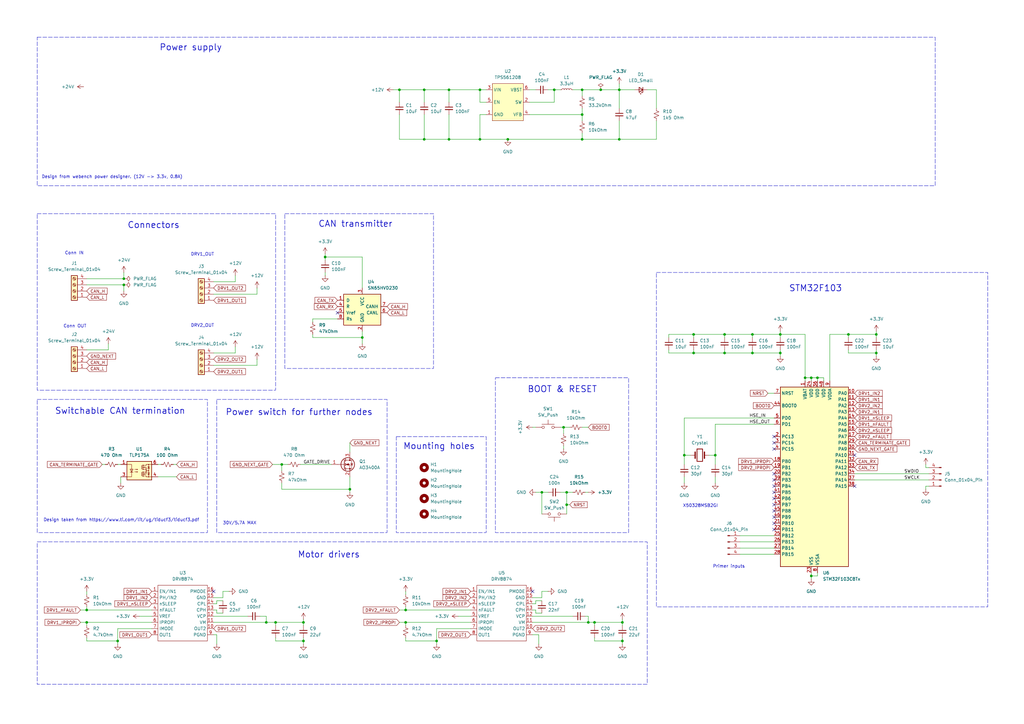
<source format=kicad_sch>
(kicad_sch (version 20250114) (generator "eeschema") (generator_version "9.0")
  (paper "A3")
  (title_block (title "Doser driver") (date "2024-05-21") (rev "0.1") (company "Cultimatics"))
  (rectangle (start 15.24 87.63) (end 113.03 160.02) (stroke (width 0) (type dash)))
  (rectangle (start 269.24 111.76) (end 405.13 248.92) (stroke (width 0) (type dash)))
  (rectangle (start 15.24 222.25) (end 265.43 280.67) (stroke (width 0) (type dash)))
  (rectangle (start 15.24 163.83) (end 85.09 218.44) (stroke (width 0) (type dash)))
  (rectangle (start 162.56 179.07) (end 199.39 218.44) (stroke (width 0) (type dash)))
  (rectangle (start 203.2 154.94) (end 257.81 218.44) (stroke (width 0) (type dash)))
  (rectangle (start 15.24 15.24) (end 383.54 76.2) (stroke (width 0) (type dash)))
  (rectangle (start 116.84 87.63) (end 177.8 151.13) (stroke (width 0) (type dash)))
  (rectangle (start 88.9 163.83) (end 158.75 218.44) (stroke (width 0) (type dash)))
  (text "Conn OUT" (at 30.734 133.858 0) (effects (font (size 1.27 1.27))))
  (text "Motor drivers" (at 134.874 227.584 0) (effects (font (size 2.54 2.54) (thickness 0.254) (bold yes))))
  (text "Mounting holes" (at 180.086 183.134 0) (effects (font (size 2.54 2.54) (thickness 0.254) (bold yes))))
  (text "X50328MSB2GI" (at 287.274 207.518 0) (effects (font (size 1.27 1.27))))
  (text "Design from webench power designer. (12V -> 3.3v, 0.8A)" (at 45.974 72.644 0) (effects (font (size 1.27 1.27))))
  (text "BOOT & RESET" (at 230.632 159.766 0) (effects (font (size 2.54 2.54) (thickness 0.254) (bold yes))))
  (text "30V/5.7A MAX" (at 98.298 214.63 0) (effects (font (size 1.27 1.27))))
  (text "Connectors" (at 62.992 92.456 0) (effects (font (size 2.54 2.54) (thickness 0.254) (bold yes))))
  (text "Primer inputs" (at 298.958 232.41 0) (effects (font (size 1.27 1.27))))
  (text "STM32F103" (at 334.518 118.364 0) (effects (font (size 2.54 2.54) (thickness 0.254) (bold yes))))
  (text "Conn IN" (at 30.48 103.886 0) (effects (font (size 1.27 1.27))))
  (text "Switchable CAN termination" (at 49.276 168.656 0) (effects (font (size 2.54 2.54) (thickness 0.254) (bold yes))))
  (text "Design taken from https://www.ti.com/lit/ug/tiducf3/tiducf3.pdf" (at 49.784 213.36 0) (effects (font (size 1.27 1.27))))
  (text "CAN transmitter" (at 145.796 91.948 0) (effects (font (size 2.54 2.54) (thickness 0.254) (bold yes))))
  (text "Power switch for further nodes" (at 122.682 169.164 0) (effects (font (size 2.54 2.54) (thickness 0.254) (bold yes))))
  (text "DRV1_OUT" (at 83.058 104.394 0) (effects (font (size 1.27 1.27))))
  (text "Power supply" (at 78.232 19.558 0) (effects (font (size 2.54 2.54) (thickness 0.254) (bold yes))))
  (text "DRV2_OUT" (at 83.058 133.604 0) (effects (font (size 1.27 1.27))))
  (junction (at 293.37 186.69))
  (junction (at 359.41 137.16))
  (junction (at 227.33 36.83))
  (junction (at 241.3 255.27))
  (junction (at 196.85 57.15))
  (junction (at 184.15 57.15))
  (junction (at 166.37 255.27))
  (junction (at 246.38 36.83))
  (junction (at 50.8 114.3))
  (junction (at 148.59 138.43))
  (junction (at 179.07 262.89))
  (junction (at 332.74 236.22))
  (junction (at 280.67 186.69))
  (junction (at 255.27 262.89))
  (junction (at 232.41 207.01))
  (junction (at 238.76 36.83))
  (junction (at 113.03 255.27))
  (junction (at 330.2 154.94))
  (junction (at 196.85 36.83))
  (junction (at 143.51 200.66))
  (junction (at 284.48 137.16))
  (junction (at 320.04 144.78))
  (junction (at 232.41 201.93))
  (junction (at 35.56 250.19))
  (junction (at 124.46 262.89))
  (junction (at 109.22 255.27))
  (junction (at 243.84 255.27))
  (junction (at 297.18 144.78))
  (junction (at 332.74 154.94))
  (junction (at 320.04 137.16))
  (junction (at 359.41 144.78))
  (junction (at 50.8 116.84))
  (junction (at 297.18 137.16))
  (junction (at 166.37 250.19))
  (junction (at 124.46 255.27))
  (junction (at 284.48 144.78))
  (junction (at 133.35 105.41))
  (junction (at 163.83 36.83))
  (junction (at 173.99 57.15))
  (junction (at 308.61 144.78))
  (junction (at 222.25 201.93))
  (junction (at 254 57.15))
  (junction (at 173.99 36.83))
  (junction (at 35.56 255.27))
  (junction (at 238.76 46.99))
  (junction (at 255.27 255.27))
  (junction (at 347.98 137.16))
  (junction (at 208.28 57.15))
  (junction (at 184.15 36.83))
  (junction (at 308.61 137.16))
  (junction (at 254 36.83))
  (junction (at 238.76 57.15))
  (junction (at 115.57 190.5))
  (junction (at 48.26 262.89))
  (junction (at 335.28 154.94))
  (junction (at 231.14 175.26))
  (no_connect (at 87.63 242.57))
  (no_connect (at 317.5 209.55))
  (no_connect (at 317.5 217.17))
  (no_connect (at 317.5 207.01))
  (no_connect (at 317.5 214.63))
  (no_connect (at 317.5 181.61))
  (no_connect (at 317.5 204.47))
  (no_connect (at 317.5 201.93))
  (no_connect (at 218.44 242.57))
  (no_connect (at 317.5 194.31))
  (no_connect (at 317.5 212.09))
  (no_connect (at 317.5 196.85))
  (no_connect (at 350.52 186.69))
  (no_connect (at 317.5 179.07))
  (no_connect (at 317.5 199.39))
  (no_connect (at 138.43 128.27))
  (no_connect (at 317.5 184.15))
  (no_connect (at 350.52 199.39))
  (wire (pts (xy 128.27 132.08) (xy 128.27 130.81)))
  (wire (pts (xy 222.25 251.46) (xy 219.71 251.46)))
  (wire (pts (xy 33.02 250.19) (xy 35.56 250.19)))
  (wire (pts (xy 193.04 252.73) (xy 187.96 252.73)))
  (wire (pts (xy 308.61 137.16) (xy 297.18 137.16)))
  (wire (pts (xy 347.98 137.16) (xy 359.41 137.16)))
  (wire (pts (xy 332.74 234.95) (xy 332.74 236.22)))
  (wire (pts (xy 166.37 261.62) (xy 166.37 262.89)))
  (wire (pts (xy 217.17 46.99) (xy 238.76 46.99)))
  (wire (pts (xy 199.39 41.91) (xy 196.85 41.91)))
  (wire (pts (xy 148.59 105.41) (xy 148.59 118.11)))
  (wire (pts (xy 297.18 143.51) (xy 297.18 144.78)))
  (wire (pts (xy 280.67 186.69) (xy 283.21 186.69)))
  (wire (pts (xy 124.46 254) (xy 124.46 255.27)))
  (wire (pts (xy 280.67 171.45) (xy 280.67 186.69)))
  (wire (pts (xy 332.74 236.22) (xy 332.74 237.49)))
  (wire (pts (xy 293.37 195.58) (xy 293.37 198.12)))
  (wire (pts (xy 44.45 140.97) (xy 44.45 143.51)))
  (wire (pts (xy 111.76 190.5) (xy 115.57 190.5)))
  (wire (pts (xy 88.9 260.35) (xy 88.9 264.16)))
  (wire (pts (xy 284.48 137.16) (xy 274.32 137.16)))
  (wire (pts (xy 163.83 57.15) (xy 173.99 57.15)))
  (wire (pts (xy 218.44 255.27) (xy 241.3 255.27)))
  (wire (pts (xy 113.03 262.89) (xy 124.46 262.89)))
  (wire (pts (xy 222.25 242.57) (xy 224.79 242.57)))
  (wire (pts (xy 314.96 161.29) (xy 317.5 161.29)))
  (wire (pts (xy 293.37 186.69) (xy 293.37 173.99)))
  (wire (pts (xy 33.02 255.27) (xy 35.56 255.27)))
  (wire (pts (xy 320.04 138.43) (xy 320.04 137.16)))
  (wire (pts (xy 284.48 138.43) (xy 284.48 137.16)))
  (wire (pts (xy 113.03 262.89) (xy 113.03 261.62)))
  (wire (pts (xy 241.3 255.27) (xy 243.84 255.27)))
  (wire (pts (xy 173.99 36.83) (xy 184.15 36.83)))
  (wire (pts (xy 62.23 255.27) (xy 35.56 255.27)))
  (wire (pts (xy 350.52 196.85) (xy 381 196.85)))
  (wire (pts (xy 184.15 46.99) (xy 184.15 57.15)))
  (wire (pts (xy 320.04 144.78) (xy 320.04 146.05)))
  (wire (pts (xy 133.35 104.14) (xy 133.35 105.41)))
  (wire (pts (xy 238.76 36.83) (xy 234.95 36.83)))
  (wire (pts (xy 379.73 199.39) (xy 379.73 200.66)))
  (wire (pts (xy 280.67 190.5) (xy 280.67 186.69)))
  (wire (pts (xy 88.9 247.65) (xy 88.9 246.38)))
  (wire (pts (xy 124.46 261.62) (xy 124.46 262.89)))
  (wire (pts (xy 231.14 184.15) (xy 231.14 182.88)))
  (wire (pts (xy 196.85 57.15) (xy 208.28 57.15)))
  (wire (pts (xy 62.23 252.73) (xy 57.15 252.73)))
  (wire (pts (xy 35.56 248.92) (xy 35.56 250.19)))
  (wire (pts (xy 337.82 156.21) (xy 337.82 154.94)))
  (wire (pts (xy 91.44 245.11) (xy 87.63 245.11)))
  (wire (pts (xy 166.37 255.27) (xy 166.37 256.54)))
  (wire (pts (xy 350.52 194.31) (xy 381 194.31)))
  (wire (pts (xy 64.77 195.58) (xy 72.39 195.58)))
  (wire (pts (xy 173.99 46.99) (xy 173.99 57.15)))
  (wire (pts (xy 218.44 175.26) (xy 219.71 175.26)))
  (wire (pts (xy 219.71 246.38) (xy 222.25 246.38)))
  (wire (pts (xy 227.33 41.91) (xy 227.33 36.83)))
  (wire (pts (xy 88.9 246.38) (xy 91.44 246.38)))
  (wire (pts (xy 128.27 138.43) (xy 128.27 137.16)))
  (wire (pts (xy 166.37 248.92) (xy 166.37 250.19)))
  (wire (pts (xy 105.41 118.11) (xy 105.41 120.65)))
  (wire (pts (xy 96.52 115.57) (xy 87.63 115.57)))
  (wire (pts (xy 229.87 201.93) (xy 232.41 201.93)))
  (wire (pts (xy 219.71 250.19) (xy 218.44 250.19)))
  (wire (pts (xy 254 49.53) (xy 254 57.15)))
  (wire (pts (xy 359.41 135.89) (xy 359.41 137.16)))
  (wire (pts (xy 196.85 46.99) (xy 196.85 57.15)))
  (wire (pts (xy 238.76 46.99) (xy 238.76 49.53)))
  (wire (pts (xy 35.56 262.89) (xy 48.26 262.89)))
  (wire (pts (xy 255.27 262.89) (xy 255.27 264.16)))
  (wire (pts (xy 48.26 262.89) (xy 48.26 264.16)))
  (wire (pts (xy 246.38 36.83) (xy 254 36.83)))
  (wire (pts (xy 227.33 36.83) (xy 229.87 36.83)))
  (wire (pts (xy 96.52 144.78) (xy 87.63 144.78)))
  (wire (pts (xy 193.04 255.27) (xy 166.37 255.27)))
  (wire (pts (xy 254 36.83) (xy 254 44.45)))
  (wire (pts (xy 87.63 149.86) (xy 105.41 149.86)))
  (wire (pts (xy 49.53 195.58) (xy 49.53 198.12)))
  (wire (pts (xy 340.36 137.16) (xy 340.36 156.21)))
  (wire (pts (xy 179.07 262.89) (xy 179.07 264.16)))
  (wire (pts (xy 330.2 137.16) (xy 320.04 137.16)))
  (wire (pts (xy 320.04 144.78) (xy 308.61 144.78)))
  (wire (pts (xy 220.98 260.35) (xy 220.98 264.16)))
  (wire (pts (xy 87.63 120.65) (xy 105.41 120.65)))
  (wire (pts (xy 35.56 242.57) (xy 35.56 243.84)))
  (wire (pts (xy 166.37 262.89) (xy 179.07 262.89)))
  (wire (pts (xy 184.15 57.15) (xy 196.85 57.15)))
  (wire (pts (xy 332.74 156.21) (xy 332.74 154.94)))
  (wire (pts (xy 193.04 257.81) (xy 179.07 257.81)))
  (wire (pts (xy 297.18 138.43) (xy 297.18 137.16)))
  (wire (pts (xy 87.63 247.65) (xy 88.9 247.65)))
  (wire (pts (xy 113.03 255.27) (xy 124.46 255.27)))
  (wire (pts (xy 161.29 36.83) (xy 163.83 36.83)))
  (wire (pts (xy 113.03 255.27) (xy 113.03 256.54)))
  (wire (pts (xy 265.43 36.83) (xy 269.24 36.83)))
  (wire (pts (xy 233.68 207.01) (xy 232.41 207.01)))
  (wire (pts (xy 123.19 190.5) (xy 135.89 190.5)))
  (wire (pts (xy 196.85 36.83) (xy 199.39 36.83)))
  (wire (pts (xy 269.24 36.83) (xy 269.24 44.45)))
  (wire (pts (xy 166.37 250.19) (xy 193.04 250.19)))
  (wire (pts (xy 148.59 138.43) (xy 148.59 140.97)))
  (wire (pts (xy 243.84 255.27) (xy 243.84 256.54)))
  (wire (pts (xy 280.67 195.58) (xy 280.67 198.12)))
  (wire (pts (xy 274.32 143.51) (xy 274.32 144.78)))
  (wire (pts (xy 379.73 191.77) (xy 381 191.77)))
  (wire (pts (xy 105.41 147.32) (xy 105.41 149.86)))
  (wire (pts (xy 359.41 137.16) (xy 359.41 138.43)))
  (wire (pts (xy 347.98 143.51) (xy 347.98 144.78)))
  (wire (pts (xy 133.35 105.41) (xy 148.59 105.41)))
  (wire (pts (xy 335.28 234.95) (xy 335.28 236.22)))
  (wire (pts (xy 44.45 143.51) (xy 35.56 143.51)))
  (wire (pts (xy 255.27 255.27) (xy 255.27 256.54)))
  (wire (pts (xy 133.35 111.76) (xy 133.35 113.03)))
  (wire (pts (xy 330.2 154.94) (xy 330.2 156.21)))
  (wire (pts (xy 88.9 250.19) (xy 87.63 250.19)))
  (wire (pts (xy 196.85 46.99) (xy 199.39 46.99)))
  (wire (pts (xy 240.03 252.73) (xy 241.3 252.73)))
  (wire (pts (xy 115.57 200.66) (xy 143.51 200.66)))
  (wire (pts (xy 163.83 46.99) (xy 163.83 57.15)))
  (wire (pts (xy 337.82 154.94) (xy 335.28 154.94)))
  (wire (pts (xy 106.68 252.73) (xy 109.22 252.73)))
  (wire (pts (xy 320.04 143.51) (xy 320.04 144.78)))
  (wire (pts (xy 303.53 222.25) (xy 317.5 222.25)))
  (wire (pts (xy 238.76 54.61) (xy 238.76 57.15)))
  (wire (pts (xy 308.61 144.78) (xy 297.18 144.78)))
  (wire (pts (xy 148.59 135.89) (xy 148.59 138.43)))
  (wire (pts (xy 91.44 242.57) (xy 93.98 242.57)))
  (wire (pts (xy 35.56 261.62) (xy 35.56 262.89)))
  (wire (pts (xy 96.52 113.03) (xy 96.52 115.57)))
  (wire (pts (xy 224.79 36.83) (xy 227.33 36.83)))
  (wire (pts (xy 133.35 105.41) (xy 133.35 106.68)))
  (wire (pts (xy 222.25 245.11) (xy 218.44 245.11)))
  (wire (pts (xy 208.28 57.15) (xy 238.76 57.15)))
  (wire (pts (xy 330.2 154.94) (xy 330.2 137.16)))
  (wire (pts (xy 303.53 219.71) (xy 317.5 219.71)))
  (wire (pts (xy 50.8 111.76) (xy 50.8 114.3)))
  (wire (pts (xy 222.25 201.93) (xy 224.79 201.93)))
  (wire (pts (xy 240.03 201.93) (xy 241.3 201.93)))
  (wire (pts (xy 115.57 190.5) (xy 115.57 193.04)))
  (wire (pts (xy 128.27 130.81) (xy 138.43 130.81)))
  (wire (pts (xy 196.85 41.91) (xy 196.85 36.83)))
  (wire (pts (xy 163.83 36.83) (xy 173.99 36.83)))
  (wire (pts (xy 238.76 36.83) (xy 246.38 36.83)))
  (wire (pts (xy 163.83 41.91) (xy 163.83 36.83)))
  (wire (pts (xy 320.04 135.89) (xy 320.04 137.16)))
  (wire (pts (xy 238.76 39.37) (xy 238.76 36.83)))
  (wire (pts (xy 293.37 190.5) (xy 293.37 186.69)))
  (wire (pts (xy 48.26 190.5) (xy 49.53 190.5)))
  (wire (pts (xy 219.71 247.65) (xy 219.71 246.38)))
  (wire (pts (xy 88.9 251.46) (xy 88.9 250.19)))
  (wire (pts (xy 173.99 57.15) (xy 184.15 57.15)))
  (wire (pts (xy 308.61 138.43) (xy 308.61 137.16)))
  (wire (pts (xy 87.63 260.35) (xy 88.9 260.35)))
  (wire (pts (xy 124.46 255.27) (xy 124.46 256.54)))
  (wire (pts (xy 254 36.83) (xy 260.35 36.83)))
  (wire (pts (xy 330.2 154.94) (xy 332.74 154.94)))
  (wire (pts (xy 297.18 144.78) (xy 284.48 144.78)))
  (wire (pts (xy 229.87 175.26) (xy 231.14 175.26)))
  (wire (pts (xy 48.26 257.81) (xy 48.26 262.89)))
  (wire (pts (xy 347.98 137.16) (xy 340.36 137.16)))
  (wire (pts (xy 35.56 250.19) (xy 62.23 250.19)))
  (wire (pts (xy 218.44 260.35) (xy 220.98 260.35)))
  (wire (pts (xy 255.27 254) (xy 255.27 255.27)))
  (wire (pts (xy 238.76 44.45) (xy 238.76 46.99)))
  (wire (pts (xy 254 34.29) (xy 254 36.83)))
  (wire (pts (xy 231.14 175.26) (xy 233.68 175.26)))
  (wire (pts (xy 163.83 255.27) (xy 166.37 255.27)))
  (wire (pts (xy 41.91 190.5) (xy 43.18 190.5)))
  (wire (pts (xy 269.24 49.53) (xy 269.24 57.15)))
  (wire (pts (xy 179.07 257.81) (xy 179.07 262.89)))
  (wire (pts (xy 71.12 190.5) (xy 72.39 190.5)))
  (wire (pts (xy 241.3 252.73) (xy 241.3 255.27)))
  (wire (pts (xy 96.52 142.24) (xy 96.52 144.78)))
  (wire (pts (xy 124.46 262.89) (xy 124.46 264.16)))
  (wire (pts (xy 359.41 143.51) (xy 359.41 144.78)))
  (wire (pts (xy 359.41 144.78) (xy 347.98 144.78)))
  (wire (pts (xy 91.44 242.57) (xy 91.44 245.11)))
  (wire (pts (xy 243.84 255.27) (xy 255.27 255.27)))
  (wire (pts (xy 163.83 250.19) (xy 166.37 250.19)))
  (wire (pts (xy 255.27 261.62) (xy 255.27 262.89)))
  (wire (pts (xy 303.53 227.33) (xy 317.5 227.33)))
  (wire (pts (xy 320.04 137.16) (xy 308.61 137.16)))
  (wire (pts (xy 173.99 41.91) (xy 173.99 36.83)))
  (wire (pts (xy 219.71 201.93) (xy 222.25 201.93)))
  (wire (pts (xy 243.84 262.89) (xy 243.84 261.62)))
  (wire (pts (xy 269.24 57.15) (xy 254 57.15)))
  (wire (pts (xy 218.44 247.65) (xy 219.71 247.65)))
  (wire (pts (xy 335.28 156.21) (xy 335.28 154.94)))
  (wire (pts (xy 50.8 114.3) (xy 35.56 114.3)))
  (wire (pts (xy 293.37 186.69) (xy 290.83 186.69)))
  (wire (pts (xy 359.41 144.78) (xy 359.41 146.05)))
  (wire (pts (xy 109.22 252.73) (xy 109.22 255.27)))
  (wire (pts (xy 184.15 41.91) (xy 184.15 36.83)))
  (wire (pts (xy 297.18 137.16) (xy 284.48 137.16)))
  (wire (pts (xy 62.23 257.81) (xy 48.26 257.81)))
  (wire (pts (xy 143.51 181.61) (xy 143.51 185.42)))
  (wire (pts (xy 184.15 36.83) (xy 196.85 36.83)))
  (wire (pts (xy 308.61 143.51) (xy 308.61 144.78)))
  (wire (pts (xy 166.37 242.57) (xy 166.37 243.84)))
  (wire (pts (xy 231.14 177.8) (xy 231.14 175.26)))
  (wire (pts (xy 50.8 119.38) (xy 50.8 116.84)))
  (wire (pts (xy 293.37 173.99) (xy 317.5 173.99)))
  (wire (pts (xy 143.51 200.66) (xy 143.51 201.93)))
  (wire (pts (xy 115.57 198.12) (xy 115.57 200.66)))
  (wire (pts (xy 379.73 190.5) (xy 379.73 191.77)))
  (wire (pts (xy 217.17 41.91) (xy 227.33 41.91)))
  (wire (pts (xy 284.48 143.51) (xy 284.48 144.78)))
  (wire (pts (xy 335.28 236.22) (xy 332.74 236.22)))
  (wire (pts (xy 222.25 201.93) (xy 222.25 210.82)))
  (wire (pts (xy 238.76 175.26) (xy 241.3 175.26)))
  (wire (pts (xy 243.84 262.89) (xy 255.27 262.89)))
  (wire (pts (xy 232.41 201.93) (xy 232.41 207.01)))
  (wire (pts (xy 87.63 255.27) (xy 109.22 255.27)))
  (wire (pts (xy 109.22 255.27) (xy 113.03 255.27)))
  (wire (pts (xy 303.53 224.79) (xy 317.5 224.79)))
  (wire (pts (xy 254 57.15) (xy 238.76 57.15)))
  (wire (pts (xy 128.27 138.43) (xy 148.59 138.43)))
  (wire (pts (xy 115.57 190.5) (xy 118.11 190.5)))
  (wire (pts (xy 219.71 251.46) (xy 219.71 250.19)))
  (wire (pts (xy 64.77 190.5) (xy 66.04 190.5)))
  (wire (pts (xy 218.44 252.73) (xy 234.95 252.73)))
  (wire (pts (xy 143.51 195.58) (xy 143.51 200.66)))
  (wire (pts (xy 274.32 137.16) (xy 274.32 138.43)))
  (wire (pts (xy 35.56 255.27) (xy 35.56 256.54)))
  (wire (pts (xy 217.17 36.83) (xy 219.71 36.83)))
  (wire (pts (xy 381 199.39) (xy 379.73 199.39)))
  (wire (pts (xy 232.41 201.93) (xy 234.95 201.93)))
  (wire (pts (xy 280.67 171.45) (xy 317.5 171.45)))
  (wire (pts (xy 222.25 242.57) (xy 222.25 245.11)))
  (wire (pts (xy 232.41 207.01) (xy 232.41 210.82)))
  (wire (pts (xy 87.63 252.73) (xy 101.6 252.73)))
  (wire (pts (xy 335.28 154.94) (xy 332.74 154.94)))
  (wire (pts (xy 347.98 138.43) (xy 347.98 137.16)))
  (wire (pts (xy 50.8 116.84) (xy 35.56 116.84)))
  (wire (pts (xy 284.48 144.78) (xy 274.32 144.78)))
  (wire (pts (xy 91.44 251.46) (xy 88.9 251.46)))
  (label "HSE_IN" (at 307.34 171.45 0))
  (label "HSE_OUT" (at 307.34 173.99 0))
  (label "SWDIO" (at 370.84 194.31 0))
  (label "SWCLK" (at 370.84 196.85 0))
  (label "GATE_DRIVE" (at 124.46 190.5 0))
  (global_label "DRV1_OUT1" (shape input) (at 87.63 123.19 0) (property "Intersheetrefs" "${INTERSHEET_REFS}" (effects (hide yes))))
  (global_label "CAN_RX" (shape input) (at 138.43 125.73 180) (property "Intersheetrefs" "${INTERSHEET_REFS}" (effects (hide yes))))
  (global_label "CAN_H" (shape input) (at 72.39 190.5 0) (property "Intersheetrefs" "${INTERSHEET_REFS}" (effects (hide yes))))
  (global_label "CAN_TERMINATE_GATE" (shape input) (at 41.91 190.5 180) (property "Intersheetrefs" "${INTERSHEET_REFS}" (effects (hide yes))))
  (global_label "CAN_H" (shape input) (at 158.75 125.73 0) (property "Intersheetrefs" "${INTERSHEET_REFS}" (effects (hide yes))))
  (global_label "CAN_TX" (shape input) (at 350.52 191.77 0) (property "Intersheetrefs" "${INTERSHEET_REFS}" (effects (hide yes))))
  (global_label "CAN_L" (shape input) (at 72.39 195.58 0) (property "Intersheetrefs" "${INTERSHEET_REFS}" (effects (hide yes))))
  (global_label "CAN_H" (shape input) (at 35.56 119.38 0) (property "Intersheetrefs" "${INTERSHEET_REFS}" (effects (hide yes))))
  (global_label "DRV1_nFAULT" (shape input) (at 33.02 250.19 180) (property "Intersheetrefs" "${INTERSHEET_REFS}" (effects (hide yes))))
  (global_label "NRST" (shape input) (at 314.96 161.29 180) (property "Intersheetrefs" "${INTERSHEET_REFS}" (effects (hide yes))))
  (global_label "DRV1_nSLEEP" (shape input) (at 350.52 171.45 0) (property "Intersheetrefs" "${INTERSHEET_REFS}" (effects (hide yes))))
  (global_label "DRV2_OUT2" (shape input) (at 87.63 147.32 0) (property "Intersheetrefs" "${INTERSHEET_REFS}" (effects (hide yes))))
  (global_label "GND_NEXT_GATE" (shape input) (at 350.52 184.15 0) (property "Intersheetrefs" "${INTERSHEET_REFS}" (effects (hide yes))))
  (global_label "DRV1_IPROPI" (shape input) (at 317.5 189.23 180) (property "Intersheetrefs" "${INTERSHEET_REFS}" (effects (hide yes))))
  (global_label "DRV2_IPROPI" (shape input) (at 163.83 255.27 180) (property "Intersheetrefs" "${INTERSHEET_REFS}" (effects (hide yes))))
  (global_label "DRV2_IN1" (shape input) (at 350.52 168.91 0) (property "Intersheetrefs" "${INTERSHEET_REFS}" (effects (hide yes))))
  (global_label "DRV2_nFAULT" (shape input) (at 350.52 179.07 0) (property "Intersheetrefs" "${INTERSHEET_REFS}" (effects (hide yes))))
  (global_label "CAN_L" (shape input) (at 35.56 121.92 0) (property "Intersheetrefs" "${INTERSHEET_REFS}" (effects (hide yes))))
  (global_label "DRV2_nSLEEP" (shape input) (at 350.52 176.53 0) (property "Intersheetrefs" "${INTERSHEET_REFS}" (effects (hide yes))))
  (global_label "DRV2_OUT2" (shape input) (at 218.44 257.81 0) (property "Intersheetrefs" "${INTERSHEET_REFS}" (effects (hide yes))))
  (global_label "DRV1_OUT2" (shape input) (at 87.63 257.81 0) (property "Intersheetrefs" "${INTERSHEET_REFS}" (effects (hide yes))))
  (global_label "BOOT0" (shape input) (at 241.3 175.26 0) (property "Intersheetrefs" "${INTERSHEET_REFS}" (effects (hide yes))))
  (global_label "CAN_TERMINATE_GATE" (shape input) (at 350.52 181.61 0) (property "Intersheetrefs" "${INTERSHEET_REFS}" (effects (hide yes))))
  (global_label "DRV1_IN1" (shape input) (at 62.23 242.57 180) (property "Intersheetrefs" "${INTERSHEET_REFS}" (effects (hide yes))))
  (global_label "CAN_L" (shape input) (at 35.56 151.13 0) (property "Intersheetrefs" "${INTERSHEET_REFS}" (effects (hide yes))))
  (global_label "GND_NEXT" (shape input) (at 35.56 146.05 0) (property "Intersheetrefs" "${INTERSHEET_REFS}" (effects (hide yes))))
  (global_label "DRV2_OUT1" (shape input) (at 87.63 152.4 0) (property "Intersheetrefs" "${INTERSHEET_REFS}" (effects (hide yes))))
  (global_label "BOOT0" (shape input) (at 317.5 166.37 180) (property "Intersheetrefs" "${INTERSHEET_REFS}" (effects (hide yes))))
  (global_label "DRV2_nFAULT" (shape input) (at 163.83 250.19 180) (property "Intersheetrefs" "${INTERSHEET_REFS}" (effects (hide yes))))
  (global_label "DRV1_IN1" (shape input) (at 350.52 163.83 0) (property "Intersheetrefs" "${INTERSHEET_REFS}" (effects (hide yes))))
  (global_label "CAN_L" (shape input) (at 158.75 128.27 0) (property "Intersheetrefs" "${INTERSHEET_REFS}" (effects (hide yes))))
  (global_label "DRV1_OUT1" (shape input) (at 62.23 260.35 180) (property "Intersheetrefs" "${INTERSHEET_REFS}" (effects (hide yes))))
  (global_label "DRV2_IN2" (shape input) (at 350.52 166.37 0) (property "Intersheetrefs" "${INTERSHEET_REFS}" (effects (hide yes))))
  (global_label "DRV2_IN1" (shape input) (at 193.04 242.57 180) (property "Intersheetrefs" "${INTERSHEET_REFS}" (effects (hide yes))))
  (global_label "GND_NEXT_GATE" (shape input) (at 111.76 190.5 180) (property "Intersheetrefs" "${INTERSHEET_REFS}" (effects (hide yes))))
  (global_label "DRV1_IPROPI" (shape input) (at 33.02 255.27 180) (property "Intersheetrefs" "${INTERSHEET_REFS}" (effects (hide yes))))
  (global_label "DRV2_nSLEEP" (shape input) (at 193.04 247.65 180) (property "Intersheetrefs" "${INTERSHEET_REFS}" (effects (hide yes))))
  (global_label "CAN_H" (shape input) (at 35.56 148.59 0) (property "Intersheetrefs" "${INTERSHEET_REFS}" (effects (hide yes))))
  (global_label "DRV1_nFAULT" (shape input) (at 350.52 173.99 0) (property "Intersheetrefs" "${INTERSHEET_REFS}" (effects (hide yes))))
  (global_label "DRV1_OUT2" (shape input) (at 87.63 118.11 0) (property "Intersheetrefs" "${INTERSHEET_REFS}" (effects (hide yes))))
  (global_label "DRV1_IN2" (shape input) (at 350.52 161.29 0) (property "Intersheetrefs" "${INTERSHEET_REFS}" (effects (hide yes))))
  (global_label "DRV2_OUT1" (shape input) (at 193.04 260.35 180) (property "Intersheetrefs" "${INTERSHEET_REFS}" (effects (hide yes))))
  (global_label "DRV1_IN2" (shape input) (at 62.23 245.11 180) (property "Intersheetrefs" "${INTERSHEET_REFS}" (effects (hide yes))))
  (global_label "DRV2_IPROPI" (shape input) (at 317.5 191.77 180) (property "Intersheetrefs" "${INTERSHEET_REFS}" (effects (hide yes))))
  (global_label "DRV2_IN2" (shape input) (at 193.04 245.11 180) (property "Intersheetrefs" "${INTERSHEET_REFS}" (effects (hide yes))))
  (global_label "CAN_RX" (shape input) (at 350.52 189.23 0) (property "Intersheetrefs" "${INTERSHEET_REFS}" (effects (hide yes))))
  (global_label "DRV1_nSLEEP" (shape input) (at 62.23 247.65 180) (property "Intersheetrefs" "${INTERSHEET_REFS}" (effects (hide yes))))
  (global_label "CAN_TX" (shape input) (at 138.43 123.19 180) (property "Intersheetrefs" "${INTERSHEET_REFS}" (effects (hide yes))))
  (global_label "NRST" (shape input) (at 233.68 207.01 0) (property "Intersheetrefs" "${INTERSHEET_REFS}" (effects (hide yes))))
  (global_label "GND_NEXT" (shape input) (at 143.51 181.61 0) (property "Intersheetrefs" "${INTERSHEET_REFS}" (effects (hide yes))))
  (symbol (lib_id "Device:C_Small") (at 293.37 193.04 0) (unit 1)
    (property "Reference" "C14" (at 295.91 191.7762 0) (effects (justify left)))
    (property "Value" "30pF" (at 295.91 194.3162 0) (effects (justify left)))
    (property "Footprint" "Capacitor_SMD:C_0402_1005Metric" (effects (hide yes)))
    (property "Description" "Unpolarized capacitor, small symbol" (effects (hide yes)))
  )
  (symbol (lib_id "Device:C_Small") (at 222.25 36.83 270) (unit 1)
    (property "Reference" "C4" (at 222.2436 30.48 90))
    (property "Value" "100nF" (at 222.2436 33.02 90))
    (property "Footprint" "Capacitor_SMD:C_0603_1608Metric" (effects (hide yes)))
    (property "Description" "Unpolarized capacitor, small symbol" (effects (hide yes)))
  )
  (symbol (lib_id "Device:LED_Small") (at 262.89 36.83 180) (unit 1)
    (property "Reference" "D1" (at 262.8265 30.48 0))
    (property "Value" "LED_Small" (at 262.8265 33.02 0))
    (property "Footprint" "LED_SMD:LED_0603_1608Metric" (effects (hide yes)))
    (property "Description" "Light emitting diode, small symbol" (effects (hide yes)))
  )
  (symbol (lib_id "power:+12V") (at 161.29 36.83 90) (unit 1)
    (property "Reference" "#PWR01" (effects (hide yes)))
    (property "Value" "+12V" (at 157.48 36.8299 90) (effects (justify left)))
    (property "Description" "Power symbol creates a global label with name \"+12V\"" (effects (hide yes)))
  )
  (symbol (lib_id "power:GND") (at 50.8 119.38 0) (unit 1)
    (property "Reference" "#PWR06" (effects (hide yes)))
    (property "Value" "GND" (at 50.8 124.46 0))
    (property "Description" "Power symbol creates a global label with name \"GND\" , ground" (effects (hide yes)))
  )
  (symbol (lib_id "Device:R_Small_US") (at 166.37 259.08 0) (unit 1)
    (property "Reference" "R12" (at 168.91 257.8099 0) (effects (justify left)))
    (property "Value" "4.7kOhm" (at 168.91 260.3499 0) (effects (justify left)))
    (property "Footprint" "Resistor_SMD:R_0402_1005Metric" (effects (hide yes)))
    (property "Description" "Resistor, small US symbol" (effects (hide yes)))
  )
  (symbol (lib_id "Mechanical:MountingHole") (at 173.99 210.82 0) (unit 1) (exclude_from_sim yes) (in_bom no)
    (property "Reference" "H4" (at 176.53 209.5499 0) (effects (justify left)))
    (property "Value" "MountingHole" (at 176.53 212.0899 0) (effects (justify left)))
    (property "Footprint" "MountingHole:MountingHole_2.2mm_M2" (effects (hide yes)))
    (property "Description" "Mounting Hole without connection" (effects (hide yes)))
  )
  (symbol (lib_id "power:+3.3V") (at 57.15 252.73 90) (unit 1)
    (property "Reference" "#PWR08" (effects (hide yes)))
    (property "Value" "+3.3V" (at 53.34 252.7299 90) (effects (justify left)))
    (property "Description" "Power symbol creates a global label with name \"+3.3V\"" (effects (hide yes)))
  )
  (symbol (lib_id "power:GND") (at 143.51 201.93 0) (unit 1)
    (property "Reference" "#PWR021" (effects (hide yes)))
    (property "Value" "GND" (at 143.51 207.01 0))
    (property "Description" "Power symbol creates a global label with name \"GND\" , ground" (effects (hide yes)))
  )
  (symbol (lib_id "power:GND") (at 379.73 200.66 0) (unit 1)
    (property "Reference" "#PWR038" (effects (hide yes)))
    (property "Value" "GND" (at 379.73 205.74 0))
    (property "Description" "Power symbol creates a global label with name \"GND\" , ground" (effects (hide yes)))
  )
  (symbol (lib_id "Device:R_Small_US") (at 237.49 201.93 90) (unit 1)
    (property "Reference" "R15" (at 237.49 195.58 90))
    (property "Value" "10kOhm" (at 237.49 198.12 90))
    (property "Footprint" "Resistor_SMD:R_0402_1005Metric" (effects (hide yes)))
    (property "Description" "Resistor, small US symbol" (effects (hide yes)))
  )
  (symbol (lib_id "Switch:SW_Push") (at 224.79 175.26 0) (unit 1)
    (property "Reference" "SW1" (at 224.79 167.64 0))
    (property "Value" "SW_Push" (at 224.79 170.18 0))
    (property "Footprint" "AutoDoser:SW_Push_1P1T_XKB_TS-1187A" (effects (hide yes)))
    (property "Description" "Push button switch, generic, two pins" (effects (hide yes)))
  )
  (symbol (lib_id "Connector:Screw_Terminal_01x04") (at 30.48 148.59 180) (unit 1)
    (property "Reference" "J2" (at 30.48 137.16 0))
    (property "Value" "Screw_Terminal_01x04" (at 30.48 139.7 0))
    (property "Footprint" "AutoDoser:TerminalBlock_Xinya_XY308-2.54-4P_1x04_P2.54mm_Horizontal" (effects (hide yes)))
    (property "Description" "Generic screw terminal, single row, 01x04, script generated (kicad-library-utils/schlib/autogen/connector/)" (effects (hide yes)))
  )
  (symbol (lib_id "Device:C_Small") (at 124.46 259.08 0) (unit 1)
    (property "Reference" "C9" (at 127 257.8162 0) (effects (justify left)))
    (property "Value" "22uF" (at 127 260.3562 0) (effects (justify left)))
    (property "Footprint" "Capacitor_SMD:C_0805_2012Metric" (effects (hide yes)))
    (property "Description" "Unpolarized capacitor, small symbol" (effects (hide yes)))
  )
  (symbol (lib_id "Device:R_Small_US") (at 236.22 175.26 90) (unit 1)
    (property "Reference" "R14" (at 236.22 168.91 90))
    (property "Value" "10kOhm" (at 236.22 171.45 90))
    (property "Footprint" "Resistor_SMD:R_0402_1005Metric" (effects (hide yes)))
    (property "Description" "Resistor, small US symbol" (effects (hide yes)))
  )
  (symbol (lib_id "Device:C_Small") (at 308.61 140.97 0) (unit 1)
    (property "Reference" "C16" (at 311.15 139.7062 0) (effects (justify left)))
    (property "Value" "100nF" (at 311.15 142.2462 0) (effects (justify left)))
    (property "Footprint" "Capacitor_SMD:C_0402_1005Metric" (effects (hide yes)))
    (property "Description" "Unpolarized capacitor, small symbol" (effects (hide yes)))
  )
  (symbol (lib_id "Connector:Conn_01x04_Pin") (at 386.08 196.85 180) (unit 1)
    (property "Reference" "J5" (at 387.35 194.3099 0) (effects (justify right)))
    (property "Value" "Conn_01x04_Pin" (at 387.35 196.8499 0) (effects (justify right)))
    (property "Footprint" "Connector_PinHeader_2.54mm:PinHeader_1x04_P2.54mm_Vertical" (effects (hide yes)))
    (property "Description" "Generic connector, single row, 01x04, script generated" (effects (hide yes)))
  )
  (symbol (lib_id "power:+3.3V") (at 133.35 104.14 0) (unit 1)
    (property "Reference" "#PWR019" (effects (hide yes)))
    (property "Value" "+3.3V" (at 133.35 99.06 0))
    (property "Description" "Power symbol creates a global label with name \"+3.3V\"" (effects (hide yes)))
  )
  (symbol (lib_id "Device:R_Small_US") (at 166.37 246.38 0) (unit 1)
    (property "Reference" "R11" (at 168.91 245.1099 0) (effects (justify left)))
    (property "Value" "10kOhm" (at 168.91 247.6499 0) (effects (justify left)))
    (property "Footprint" "Resistor_SMD:R_0402_1005Metric" (effects (hide yes)))
    (property "Description" "Resistor, small US symbol" (effects (hide yes)))
  )
  (symbol (lib_id "Device:L_Small") (at 232.41 36.83 90) (unit 1)
    (property "Reference" "L1" (at 232.41 31.75 90))
    (property "Value" "3.3uH" (at 232.41 34.29 90))
    (property "Footprint" "Inductor_SMD:L_Sunlord_MWSA0402S" (effects (hide yes)))
    (property "Description" "Inductor, small symbol" (effects (hide yes)))
  )
  (symbol (lib_id "power:GND") (at 148.59 140.97 0) (unit 1)
    (property "Reference" "#PWR022" (effects (hide yes)))
    (property "Value" "GND" (at 148.59 146.05 0))
    (property "Description" "Power symbol creates a global label with name \"GND\" , ground" (effects (hide yes)))
  )
  (symbol (lib_id "Device:C_Small") (at 133.35 109.22 0) (unit 1)
    (property "Reference" "C10" (at 135.89 107.9562 0) (effects (justify left)))
    (property "Value" "100nF" (at 135.89 110.4962 0) (effects (justify left)))
    (property "Footprint" "Capacitor_SMD:C_0402_1005Metric" (effects (hide yes)))
    (property "Description" "Unpolarized capacitor, small symbol" (effects (hide yes)))
  )
  (symbol (lib_id "power:PWR_FLAG") (at 246.38 36.83 0) (unit 1)
    (property "Reference" "#FLG03" (effects (hide yes)))
    (property "Value" "PWR_FLAG" (at 246.38 31.75 0))
    (property "Description" "Special symbol for telling ERC where power comes from" (effects (hide yes)))
  )
  (symbol (lib_id "power:GND") (at 280.67 198.12 0) (unit 1)
    (property "Reference" "#PWR026" (effects (hide yes)))
    (property "Value" "GND" (at 280.67 203.2 0))
    (property "Description" "Power symbol creates a global label with name \"GND\" , ground" (effects (hide yes)))
  )
  (symbol (lib_id "Connector:Conn_01x04_Pin") (at 298.45 222.25 0) (unit 1)
    (property "Reference" "J6" (at 299.085 214.63 0))
    (property "Value" "Conn_01x04_Pin" (at 299.085 217.17 0))
    (property "Footprint" "Connector_PinHeader_2.54mm:PinHeader_1x04_P2.54mm_Vertical" (effects (hide yes)))
    (property "Description" "Generic connector, single row, 01x04, script generated" (effects (hide yes)))
  )
  (symbol (lib_id "power:+12V") (at 96.52 142.24 0) (unit 1)
    (property "Reference" "#PWR012" (effects (hide yes)))
    (property "Value" "+12V" (at 96.52 137.16 0))
    (property "Description" "Power symbol creates a global label with name \"+12V\"" (effects (hide yes)))
  )
  (symbol (lib_id "power:+24V") (at 34.29 35.56 90) (unit 1)
    (property "Reference" "#PWR043" (effects (hide yes)))
    (property "Value" "+24V" (at 30.48 35.5599 90) (effects (justify left)))
    (property "Description" "Power symbol creates a global label with name \"+24V\"" (effects (hide yes)))
  )
  (symbol (lib_id "Device:C_Small") (at 222.25 248.92 180) (unit 1)
    (property "Reference" "C17" (at 224.79 247.6435 0) (effects (justify right)))
    (property "Value" "22nF" (at 224.79 250.1835 0) (effects (justify right)))
    (property "Footprint" "Capacitor_SMD:C_0402_1005Metric" (effects (hide yes)))
    (property "Description" "Unpolarized capacitor, small symbol" (effects (hide yes)))
  )
  (symbol (lib_id "Device:C_Small") (at 113.03 259.08 0) (unit 1)
    (property "Reference" "C7" (at 115.57 257.8162 0) (effects (justify left)))
    (property "Value" "100nF" (at 115.57 260.3562 0) (effects (justify left)))
    (property "Footprint" "Capacitor_SMD:C_0603_1608Metric" (effects (hide yes)))
    (property "Description" "Unpolarized capacitor, small symbol" (effects (hide yes)))
  )
  (symbol (lib_id "power:GND") (at 219.71 201.93 270) (unit 1)
    (property "Reference" "#PWR040" (effects (hide yes)))
    (property "Value" "GND" (at 215.9 201.9299 90) (effects (justify right)))
    (property "Description" "Power symbol creates a global label with name \"GND\" , ground" (effects (hide yes)))
  )
  (symbol (lib_id "Connector:Screw_Terminal_01x04") (at 82.55 120.65 180) (unit 1)
    (property "Reference" "J3" (at 82.55 109.22 0))
    (property "Value" "Screw_Terminal_01x04" (at 82.55 111.76 0))
    (property "Footprint" "AutoDoser:TerminalBlock_Xinya_XY308-2.54-4P_1x04_P2.54mm_Horizontal" (effects (hide yes)))
    (property "Description" "Generic screw terminal, single row, 01x04, script generated (kicad-library-utils/schlib/autogen/connector/)" (effects (hide yes)))
  )
  (symbol (lib_id "Device:C_Small") (at 237.49 252.73 270) (unit 1)
    (property "Reference" "C19" (at 237.4836 246.38 90))
    (property "Value" "100nF" (at 237.4836 248.92 90))
    (property "Footprint" "Capacitor_SMD:C_0603_1608Metric" (effects (hide yes)))
    (property "Description" "Unpolarized capacitor, small symbol" (effects (hide yes)))
  )
  (symbol (lib_id "Device:C_Small") (at 255.27 259.08 0) (unit 1)
    (property "Reference" "C21" (at 257.81 257.8162 0) (effects (justify left)))
    (property "Value" "22uF" (at 257.81 260.3562 0) (effects (justify left)))
    (property "Footprint" "Capacitor_SMD:C_0805_2012Metric" (effects (hide yes)))
    (property "Description" "Unpolarized capacitor, small symbol" (effects (hide yes)))
  )
  (symbol (lib_id "Device:R_Small_US") (at 128.27 134.62 180) (unit 1)
    (property "Reference" "R9" (at 130.81 133.3499 0) (effects (justify right)))
    (property "Value" "47kOhm" (at 130.81 135.8899 0) (effects (justify right)))
    (property "Footprint" "Resistor_SMD:R_0402_1005Metric" (effects (hide yes)))
    (property "Description" "Resistor, small US symbol" (effects (hide yes)))
  )
  (symbol (lib_id "power:GND") (at 359.41 146.05 0) (unit 1)
    (property "Reference" "#PWR036" (effects (hide yes)))
    (property "Value" "GND" (at 359.41 151.13 0))
    (property "Description" "Power symbol creates a global label with name \"GND\" , ground" (effects (hide yes)))
  )
  (symbol (lib_id "AutoDoser:DRV8874") (at 74.93 259.08 0) (unit 1)
    (property "Reference" "U3" (at 74.93 234.95 0))
    (property "Value" "DRV8874" (at 74.93 237.49 0))
    (property "Footprint" "AutoDoser:HTSSOP-16-1EP_4.4x5mm_P0.65mm_EP3.4x5mm_Mask2.46x2.31mm" (effects (hide yes)))
    (property "Datasheet" "https://wmsc.lcsc.com/wmsc/upload/file/pdf/v2/lcsc/2302221400_Texas-Instruments-DRV8874PWPR_C1855818.pdf" (effects (hide yes)))
    (property "Description" "H-Bridge Motor Driver" (effects (hide yes)))
  )
  (symbol (lib_id "Device:C_Small") (at 320.04 140.97 0) (unit 1)
    (property "Reference" "C18" (at 322.58 139.7062 0) (effects (justify left)))
    (property "Value" "100nF" (at 322.58 142.2462 0) (effects (justify left)))
    (property "Footprint" "Capacitor_SMD:C_0402_1005Metric" (effects (hide yes)))
    (property "Description" "Unpolarized capacitor, small symbol" (effects (hide yes)))
  )
  (symbol (lib_id "Device:C_Small") (at 243.84 259.08 0) (unit 1)
    (property "Reference" "C20" (at 246.38 257.8162 0) (effects (justify left)))
    (property "Value" "100nF" (at 246.38 260.3562 0) (effects (justify left)))
    (property "Footprint" "Capacitor_SMD:C_0603_1608Metric" (effects (hide yes)))
    (property "Description" "Unpolarized capacitor, small symbol" (effects (hide yes)))
  )
  (symbol (lib_id "power:PWR_FLAG") (at 50.8 114.3 270) (unit 1)
    (property "Reference" "#FLG01" (effects (hide yes)))
    (property "Value" "PWR_FLAG" (at 54.61 114.2999 90) (effects (justify left)))
    (property "Description" "Special symbol for telling ERC where power comes from" (effects (hide yes)))
  )
  (symbol (lib_id "Device:C_Small") (at 297.18 140.97 0) (unit 1)
    (property "Reference" "C15" (at 299.72 139.7062 0) (effects (justify left)))
    (property "Value" "100nF" (at 299.72 142.2462 0) (effects (justify left)))
    (property "Footprint" "Capacitor_SMD:C_0402_1005Metric" (effects (hide yes)))
    (property "Description" "Unpolarized capacitor, small symbol" (effects (hide yes)))
  )
  (symbol (lib_id "Device:C_Small") (at 184.15 44.45 0) (unit 1)
    (property "Reference" "C3" (at 186.69 43.1862 0) (effects (justify left)))
    (property "Value" "100nF" (at 186.69 45.7262 0) (effects (justify left)))
    (property "Footprint" "Capacitor_SMD:C_0603_1608Metric" (effects (hide yes)))
    (property "Description" "Unpolarized capacitor, small symbol" (effects (hide yes)))
  )
  (symbol (lib_id "power:GND") (at 320.04 146.05 0) (unit 1)
    (property "Reference" "#PWR031" (effects (hide yes)))
    (property "Value" "GND" (at 320.04 151.13 0))
    (property "Description" "Power symbol creates a global label with name \"GND\" , ground" (effects (hide yes)))
  )
  (symbol (lib_id "Device:R_Small_US") (at 115.57 195.58 0) (unit 1)
    (property "Reference" "R7" (at 118.11 194.3099 0) (effects (justify left)))
    (property "Value" "47kOhm" (at 118.11 196.8499 0) (effects (justify left)))
    (property "Footprint" "Resistor_SMD:R_0402_1005Metric" (effects (hide yes)))
    (property "Description" "Resistor, small US symbol" (effects (hide yes)))
  )
  (symbol (lib_id "Device:C_Small") (at 227.33 201.93 90) (unit 1)
    (property "Reference" "C24" (at 227.3363 195.58 90))
    (property "Value" "100n" (at 227.3363 198.12 90))
    (property "Footprint" "Capacitor_SMD:C_0402_1005Metric" (effects (hide yes)))
    (property "Description" "Unpolarized capacitor, small symbol" (effects (hide yes)))
  )
  (symbol (lib_id "Device:C_Small") (at 359.41 140.97 0) (unit 1)
    (property "Reference" "C23" (at 361.95 139.7062 0) (effects (justify left)))
    (property "Value" "10uF" (at 361.95 142.2462 0) (effects (justify left)))
    (property "Footprint" "Capacitor_SMD:C_0402_1005Metric" (effects (hide yes)))
    (property "Description" "Unpolarized capacitor, small symbol" (effects (hide yes)))
  )
  (symbol (lib_id "Connector:Screw_Terminal_01x04") (at 82.55 149.86 180) (unit 1)
    (property "Reference" "J4" (at 82.55 138.43 0))
    (property "Value" "Screw_Terminal_01x04" (at 82.55 140.97 0))
    (property "Footprint" "AutoDoser:TerminalBlock_Xinya_XY308-2.54-4P_1x04_P2.54mm_Horizontal" (effects (hide yes)))
    (property "Description" "Generic screw terminal, single row, 01x04, script generated (kicad-library-utils/schlib/autogen/connector/)" (effects (hide yes)))
  )
  (symbol (lib_id "power:GND") (at 179.07 264.16 0) (unit 1)
    (property "Reference" "#PWR024" (effects (hide yes)))
    (property "Value" "GND" (at 179.07 269.24 0))
    (property "Description" "Power symbol creates a global label with name \"GND\" , ground" (effects (hide yes)))
  )
  (symbol (lib_id "power:+12V") (at 255.27 254 0) (unit 1)
    (property "Reference" "#PWR033" (effects (hide yes)))
    (property "Value" "+12V" (at 255.27 248.92 0))
    (property "Description" "Power symbol creates a global label with name \"+12V\"" (effects (hide yes)))
  )
  (symbol (lib_id "power:+3.3V") (at 187.96 252.73 90) (unit 1)
    (property "Reference" "#PWR025" (effects (hide yes)))
    (property "Value" "+3.3V" (at 184.15 252.7299 90) (effects (justify left)))
    (property "Description" "Power symbol creates a global label with name \"+3.3V\"" (effects (hide yes)))
  )
  (symbol (lib_id "power:PWR_FLAG") (at 50.8 116.84 270) (unit 1)
    (property "Reference" "#FLG02" (effects (hide yes)))
    (property "Value" "PWR_FLAG" (at 54.61 116.8399 90) (effects (justify left)))
    (property "Description" "Special symbol for telling ERC where power comes from" (effects (hide yes)))
  )
  (symbol (lib_id "Device:C_Small") (at 173.99 44.45 0) (unit 1)
    (property "Reference" "C2" (at 176.53 43.1862 0) (effects (justify left)))
    (property "Value" "10uF" (at 176.53 45.7262 0) (effects (justify left)))
    (property "Footprint" "Capacitor_SMD:C_0603_1608Metric" (effects (hide yes)))
    (property "Description" "Unpolarized capacitor, small symbol" (effects (hide yes)))
  )
  (symbol (lib_id "power:GND") (at 93.98 242.57 90) (unit 1)
    (property "Reference" "#PWR013" (effects (hide yes)))
    (property "Value" "GND" (at 97.79 242.5699 90) (effects (justify right)))
    (property "Description" "Power symbol creates a global label with name \"GND\" , ground" (effects (hide yes)))
  )
  (symbol (lib_id "power:+3.3V") (at 166.37 242.57 0) (unit 1)
    (property "Reference" "#PWR023" (effects (hide yes)))
    (property "Value" "+3.3V" (at 166.37 237.49 0))
    (property "Description" "Power symbol creates a global label with name \"+3.3V\"" (effects (hide yes)))
  )
  (symbol (lib_id "AutoDoser:DRV8874") (at 205.74 259.08 0) (unit 1)
    (property "Reference" "U5" (at 205.74 234.95 0))
    (property "Value" "DRV8874" (at 205.74 237.49 0))
    (property "Footprint" "AutoDoser:HTSSOP-16-1EP_4.4x5mm_P0.65mm_EP3.4x5mm_Mask2.46x2.31mm" (effects (hide yes)))
    (property "Datasheet" "https://wmsc.lcsc.com/wmsc/upload/file/pdf/v2/lcsc/2302221400_Texas-Instruments-DRV8874PWPR_C1855818.pdf" (effects (hide yes)))
    (property "Description" "H-Bridge Motor Driver" (effects (hide yes)))
  )
  (symbol (lib_id "power:+3.3V") (at 35.56 242.57 0) (unit 1)
    (property "Reference" "#PWR02" (effects (hide yes)))
    (property "Value" "+3.3V" (at 35.56 237.49 0))
    (property "Description" "Power symbol creates a global label with name \"+3.3V\"" (effects (hide yes)))
  )
  (symbol (lib_id "power:GND") (at 88.9 264.16 0) (unit 1)
    (property "Reference" "#PWR010" (effects (hide yes)))
    (property "Value" "GND" (at 88.9 269.24 0))
    (property "Description" "Power symbol creates a global label with name \"GND\" , ground" (effects (hide yes)))
  )
  (symbol (lib_id "Device:C_Small") (at 280.67 193.04 0) (unit 1)
    (property "Reference" "C12" (at 283.21 191.7762 0) (effects (justify left)))
    (property "Value" "30pF" (at 283.21 194.3162 0) (effects (justify left)))
    (property "Footprint" "Capacitor_SMD:C_0402_1005Metric" (effects (hide yes)))
    (property "Description" "Unpolarized capacitor, small symbol" (effects (hide yes)))
  )
  (symbol (lib_id "Device:R_Small_US") (at 35.56 259.08 0) (unit 1)
    (property "Reference" "R2" (at 38.1 257.8099 0) (effects (justify left)))
    (property "Value" "4.7kOhm" (at 38.1 260.3499 0) (effects (justify left)))
    (property "Footprint" "Resistor_SMD:R_0402_1005Metric" (effects (hide yes)))
    (property "Description" "Resistor, small US symbol" (effects (hide yes)))
  )
  (symbol (lib_id "power:GND") (at 49.53 198.12 0) (unit 1)
    (property "Reference" "#PWR04" (effects (hide yes)))
    (property "Value" "GND" (at 49.53 203.2 0))
    (property "Description" "Power symbol creates a global label with name \"GND\" , ground" (effects (hide yes)))
  )
  (symbol (lib_id "power:GND") (at 48.26 264.16 0) (unit 1)
    (property "Reference" "#PWR07" (effects (hide yes)))
    (property "Value" "GND" (at 48.26 269.24 0))
    (property "Description" "Power symbol creates a global label with name \"GND\" , ground" (effects (hide yes)))
  )
  (symbol (lib_id "power:+24V") (at 50.8 111.76 0) (unit 1)
    (property "Reference" "#PWR044" (effects (hide yes)))
    (property "Value" "+24V" (at 50.8 106.68 0))
    (property "Description" "Power symbol creates a global label with name \"+24V\"" (effects (hide yes)))
  )
  (symbol (lib_id "Device:C_Small") (at 163.83 44.45 0) (unit 1)
    (property "Reference" "C1" (at 166.37 43.1862 0) (effects (justify left)))
    (property "Value" "10uF" (at 166.37 45.7262 0) (effects (justify left)))
    (property "Footprint" "Capacitor_SMD:C_0603_1608Metric" (effects (hide yes)))
    (property "Description" "Unpolarized capacitor, small symbol" (effects (hide yes)))
  )
  (symbol (lib_id "power:GND") (at 133.35 113.03 0) (unit 1)
    (property "Reference" "#PWR020" (effects (hide yes)))
    (property "Value" "GND" (at 133.35 118.11 0))
    (property "Description" "Power symbol creates a global label with name \"GND\" , ground" (effects (hide yes)))
  )
  (symbol (lib_id "Device:C_Small") (at 284.48 140.97 0) (unit 1)
    (property "Reference" "C13" (at 287.02 139.7062 0) (effects (justify left)))
    (property "Value" "100nF" (at 287.02 142.2462 0) (effects (justify left)))
    (property "Footprint" "Capacitor_SMD:C_0402_1005Metric" (effects (hide yes)))
    (property "Description" "Unpolarized capacitor, small symbol" (effects (hide yes)))
  )
  (symbol (lib_id "Transistor_FET:AO3400A") (at 140.97 190.5 0) (unit 1)
    (property "Reference" "Q1" (at 147.32 189.2299 0) (effects (justify left)))
    (property "Value" "AO3400A" (at 147.32 191.7699 0) (effects (justify left)))
    (property "Footprint" "Package_TO_SOT_SMD:SOT-23" (effects (hide yes)))
    (property "Datasheet" "http://www.aosmd.com/pdfs/datasheet/AO3400A.pdf" (effects (hide yes)))
    (property "Description" "30V Vds, 5.7A Id, N-Channel MOSFET, SOT-23" (effects (hide yes)))
  )
  (symbol (lib_id "MCU_ST_STM32F1:STM32F103C8Tx") (at 332.74 196.85 0) (unit 1)
    (property "Reference" "U6" (at 337.4741 234.95 0) (effects (justify left)))
    (property "Value" "STM32F103C8Tx" (at 337.4741 237.49 0) (effects (justify left)))
    (property "Footprint" "Package_QFP:LQFP-48_7x7mm_P0.5mm" (effects (hide yes)))
    (property "Datasheet" "https://www.st.com/resource/en/datasheet/stm32f103c8.pdf" (effects (hide yes)))
    (property "Description" "STMicroelectronics Arm Cortex-M3 MCU, 64KB flash, 20KB RAM, 72 MHz, 2.0-3.6V, 37 GPIO, LQFP48" (effects (hide yes)))
  )
  (symbol (lib_id "Device:R_Small_US") (at 269.24 46.99 180) (unit 1)
    (property "Reference" "R10" (at 271.78 45.7199 0) (effects (justify right)))
    (property "Value" "1k5 Ohm" (at 271.78 48.2599 0) (effects (justify right)))
    (property "Footprint" "Resistor_SMD:R_0402_1005Metric" (effects (hide yes)))
    (property "Description" "Resistor, small US symbol" (effects (hide yes)))
  )
  (symbol (lib_id "Relay_SolidState:TLP175A") (at 57.15 193.04 0) (unit 1)
    (property "Reference" "U1" (at 57.15 184.15 0))
    (property "Value" "TLP175A" (at 57.15 186.69 0))
    (property "Footprint" "Package_SO:MFSOP6-4_4.4x3.6mm_P1.27mm" (effects (hide yes)))
    (property "Datasheet" "https://toshiba.semicon-storage.com/info/docget.jsp?did=13665&prodName=TLP175A" (effects (hide yes)))
    (property "Description" "MOSFET Photorelay 1-Form-A, Voff 60V, Ion 100mA, SOP6" (effects (hide yes)))
  )
  (symbol (lib_id "Device:R_Small_US") (at 238.76 52.07 0) (unit 1)
    (property "Reference" "R6" (at 241.3 50.7999 0) (effects (justify left)))
    (property "Value" "10kOhm" (at 241.3 53.3399 0) (effects (justify left)))
    (property "Footprint" "Resistor_SMD:R_0402_1005Metric" (effects (hide yes)))
    (property "Description" "Resistor, small US symbol" (effects (hide yes)))
  )
  (symbol (lib_id "power:+12V") (at 105.41 118.11 0) (unit 1)
    (property "Reference" "#PWR014" (effects (hide yes)))
    (property "Value" "+12V" (at 105.41 113.03 0))
    (property "Description" "Power symbol creates a global label with name \"+12V\"" (effects (hide yes)))
  )
  (symbol (lib_id "Mechanical:MountingHole") (at 173.99 191.77 0) (unit 1) (exclude_from_sim yes) (in_bom no)
    (property "Reference" "H1" (at 176.53 190.4999 0) (effects (justify left)))
    (property "Value" "MountingHole" (at 176.53 193.0399 0) (effects (justify left)))
    (property "Footprint" "MountingHole:MountingHole_2.2mm_M2" (effects (hide yes)))
    (property "Description" "Mounting Hole without connection" (effects (hide yes)))
  )
  (symbol (lib_id "Device:C_Small") (at 91.44 248.92 180) (unit 1)
    (property "Reference" "C5" (at 93.98 247.6435 0) (effects (justify right)))
    (property "Value" "22nF" (at 93.98 250.1835 0) (effects (justify right)))
    (property "Footprint" "Capacitor_SMD:C_0402_1005Metric" (effects (hide yes)))
    (property "Description" "Unpolarized capacitor, small symbol" (effects (hide yes)))
  )
  (symbol (lib_id "Device:C_Small") (at 104.14 252.73 270) (unit 1)
    (property "Reference" "C6" (at 104.1336 246.38 90))
    (property "Value" "100nF" (at 104.1336 248.92 90))
    (property "Footprint" "Capacitor_SMD:C_0603_1608Metric" (effects (hide yes)))
    (property "Description" "Unpolarized capacitor, small symbol" (effects (hide yes)))
  )
  (symbol (lib_id "power:+3.3V") (at 241.3 201.93 270) (unit 1)
    (property "Reference" "#PWR042" (effects (hide yes)))
    (property "Value" "+3.3V" (at 245.11 201.9299 90) (effects (justify left)))
    (property "Description" "Power symbol creates a global label with name \"+3.3V\"" (effects (hide yes)))
  )
  (symbol (lib_id "power:+12V") (at 96.52 113.03 0) (unit 1)
    (property "Reference" "#PWR011" (effects (hide yes)))
    (property "Value" "+12V" (at 96.52 107.95 0))
    (property "Description" "Power symbol creates a global label with name \"+12V\"" (effects (hide yes)))
  )
  (symbol (lib_id "Mechanical:MountingHole") (at 173.99 204.47 0) (unit 1) (exclude_from_sim yes) (in_bom no)
    (property "Reference" "H3" (at 176.53 203.1999 0) (effects (justify left)))
    (property "Value" "MountingHole" (at 176.53 205.7399 0) (effects (justify left)))
    (property "Footprint" "MountingHole:MountingHole_2.2mm_M2" (effects (hide yes)))
    (property "Description" "Mounting Hole without connection" (effects (hide yes)))
  )
  (symbol (lib_id "Device:R_Small_US") (at 238.76 41.91 0) (unit 1)
    (property "Reference" "R5" (at 241.3 40.6399 0) (effects (justify left)))
    (property "Value" "33.2kOhm" (at 241.3 43.1799 0) (effects (justify left)))
    (property "Footprint" "Resistor_SMD:R_0402_1005Metric" (effects (hide yes)))
    (property "Description" "Resistor, small US symbol" (effects (hide yes)))
  )
  (symbol (lib_id "AutoDoser:TPS561201") (at 208.28 39.37 0) (unit 1)
    (property "Reference" "U2" (at 208.28 29.21 0))
    (property "Value" "TPS561208" (at 208.28 31.75 0))
    (property "Footprint" "Package_TO_SOT_SMD:SOT-23-6" (effects (hide yes)))
    (property "Datasheet" "https://www.ti.com/lit/ds/symlink/tps561208.pdf?ts=1716556783910" (effects (hide yes)))
  )
  (symbol (lib_id "Device:R_Small_US") (at 35.56 246.38 0) (unit 1)
    (property "Reference" "R1" (at 38.1 245.1099 0) (effects (justify left)))
    (property "Value" "10kOhm" (at 38.1 247.6499 0) (effects (justify left)))
    (property "Footprint" "Resistor_SMD:R_0402_1005Metric" (effects (hide yes)))
    (property "Description" "Resistor, small US symbol" (effects (hide yes)))
  )
  (symbol (lib_id "power:+3.3V") (at 379.73 190.5 0) (unit 1)
    (property "Reference" "#PWR037" (effects (hide yes)))
    (property "Value" "+3.3V" (at 379.73 185.42 0))
    (property "Description" "Power symbol creates a global label with name \"+3.3V\"" (effects (hide yes)))
  )
  (symbol (lib_id "power:+3.3V") (at 254 34.29 0) (unit 1)
    (property "Reference" "#PWR016" (effects (hide yes)))
    (property "Value" "+3.3V" (at 254 29.21 0))
    (property "Description" "Power symbol creates a global label with name \"+3.3V\"" (effects (hide yes)))
  )
  (symbol (lib_id "Device:C_Small") (at 274.32 140.97 0) (unit 1)
    (property "Reference" "C11" (at 276.86 139.7062 0) (effects (justify left)))
    (property "Value" "10uF" (at 276.86 142.2462 0) (effects (justify left)))
    (property "Footprint" "Capacitor_SMD:C_0402_1005Metric" (effects (hide yes)))
    (property "Description" "Unpolarized capacitor, small symbol" (effects (hide yes)))
  )
  (symbol (lib_id "Switch:SW_Push") (at 227.33 210.82 180) (unit 1)
    (property "Reference" "SW2" (at 227.33 205.74 0))
    (property "Value" "SW_Push" (at 227.33 208.28 0))
    (property "Footprint" "AutoDoser:SW_Push_1P1T_XKB_TS-1187A" (effects (hide yes)))
    (property "Description" "Push button switch, generic, two pins" (effects (hide yes)))
  )
  (symbol (lib_id "Device:C_Small") (at 254 46.99 0) (unit 1)
    (property "Reference" "C8" (at 256.54 45.7262 0) (effects (justify left)))
    (property "Value" "47uF" (at 256.54 48.2662 0) (effects (justify left)))
    (property "Footprint" "Capacitor_SMD:C_0805_2012Metric" (effects (hide yes)))
    (property "Description" "Unpolarized capacitor, small symbol" (effects (hide yes)))
  )
  (symbol (lib_id "Mechanical:MountingHole") (at 173.99 198.12 0) (unit 1) (exclude_from_sim yes) (in_bom no)
    (property "Reference" "H2" (at 176.53 196.8499 0) (effects (justify left)))
    (property "Value" "MountingHole" (at 176.53 199.3899 0) (effects (justify left)))
    (property "Footprint" "MountingHole:MountingHole_2.2mm_M2" (effects (hide yes)))
    (property "Description" "Mounting Hole without connection" (effects (hide yes)))
  )
  (symbol (lib_id "Device:Crystal") (at 287.02 186.69 0) (unit 1)
    (property "Reference" "Y1" (at 287.02 179.07 0))
    (property "Value" "Crystal" (at 287.02 181.61 0))
    (property "Footprint" "Crystal:Crystal_SMD_5032-2Pin_5.0x3.2mm" (effects (hide yes)))
    (property "Description" "Two pin crystal" (effects (hide yes)))
  )
  (symbol (lib_id "Device:R_Small_US") (at 120.65 190.5 90) (unit 1)
    (property "Reference" "R8" (at 120.65 184.15 90))
    (property "Value" "470 Ohm" (at 120.65 186.69 90))
    (property "Footprint" "Resistor_SMD:R_0402_1005Metric" (effects (hide yes)))
    (property "Description" "Resistor, small US symbol" (effects (hide yes)))
  )
  (symbol (lib_id "power:+3.3V") (at 320.04 135.89 0) (unit 1)
    (property "Reference" "#PWR030" (effects (hide yes)))
    (property "Value" "+3.3V" (at 320.04 130.81 0))
    (property "Description" "Power symbol creates a global label with name \"+3.3V\"" (effects (hide yes)))
  )
  (symbol (lib_id "power:GND") (at 124.46 264.16 0) (unit 1)
    (property "Reference" "#PWR018" (effects (hide yes)))
    (property "Value" "GND" (at 124.46 269.24 0))
    (property "Description" "Power symbol creates a global label with name \"GND\" , ground" (effects (hide yes)))
  )
  (symbol (lib_id "power:GND") (at 332.74 237.49 0) (unit 1)
    (property "Reference" "#PWR032" (effects (hide yes)))
    (property "Value" "GND" (at 332.74 242.57 0))
    (property "Description" "Power symbol creates a global label with name \"GND\" , ground" (effects (hide yes)))
  )
  (symbol (lib_id "power:GND") (at 224.79 242.57 90) (unit 1)
    (property "Reference" "#PWR029" (effects (hide yes)))
    (property "Value" "GND" (at 228.6 242.5699 90) (effects (justify right)))
    (property "Description" "Power symbol creates a global label with name \"GND\" , ground" (effects (hide yes)))
  )
  (symbol (lib_id "Device:R_Small_US") (at 231.14 180.34 0) (unit 1)
    (property "Reference" "R13" (at 233.68 179.0699 0) (effects (justify left)))
    (property "Value" "10kOhm" (at 233.68 181.6099 0) (effects (justify left)))
    (property "Footprint" "Resistor_SMD:R_0402_1005Metric" (effects (hide yes)))
    (property "Description" "Resistor, small US symbol" (effects (hide yes)))
  )
  (symbol (lib_id "Device:C_Small") (at 347.98 140.97 0) (unit 1)
    (property "Reference" "C22" (at 350.52 139.7062 0) (effects (justify left)))
    (property "Value" "100nF" (at 350.52 142.2462 0) (effects (justify left)))
    (property "Footprint" "Capacitor_SMD:C_0402_1005Metric" (effects (hide yes)))
    (property "Description" "Unpolarized capacitor, small symbol" (effects (hide yes)))
  )
  (symbol (lib_id "power:GND") (at 220.98 264.16 0) (unit 1)
    (property "Reference" "#PWR028" (effects (hide yes)))
    (property "Value" "GND" (at 220.98 269.24 0))
    (property "Description" "Power symbol creates a global label with name \"GND\" , ground" (effects (hide yes)))
  )
  (symbol (lib_id "power:GND") (at 208.28 57.15 0) (unit 1)
    (property "Reference" "#PWR09" (effects (hide yes)))
    (property "Value" "GND" (at 208.28 62.23 0))
    (property "Description" "Power symbol creates a global label with name \"GND\" , ground" (effects (hide yes)))
  )
  (symbol (lib_id "power:+3.3V") (at 359.41 135.89 0) (unit 1)
    (property "Reference" "#PWR035" (effects (hide yes)))
    (property "Value" "+3.3V" (at 359.41 130.81 0))
    (property "Description" "Power symbol creates a global label with name \"+3.3V\"" (effects (hide yes)))
  )
  (symbol (lib_id "power:GND") (at 231.14 184.15 0) (unit 1)
    (property "Reference" "#PWR041" (effects (hide yes)))
    (property "Value" "GND" (at 231.14 189.23 0))
    (property "Description" "Power symbol creates a global label with name \"GND\" , ground" (effects (hide yes)))
  )
  (symbol (lib_id "Device:R_Small_US") (at 68.58 190.5 90) (unit 1)
    (property "Reference" "R4" (at 68.58 184.15 90))
    (property "Value" "100 Ohm" (at 68.58 186.69 90))
    (property "Footprint" "Resistor_SMD:R_1206_3216Metric" (effects (hide yes)))
    (property "Description" "Resistor, small US symbol" (effects (hide yes)))
  )
  (symbol (lib_id "power:+3.3V") (at 218.44 175.26 90) (unit 1)
    (property "Reference" "#PWR039" (effects (hide yes)))
    (property "Value" "+3.3V" (at 213.36 175.26 0))
    (property "Description" "Power symbol creates a global label with name \"+3.3V\"" (effects (hide yes)))
  )
  (symbol (lib_id "power:+12V") (at 124.46 254 0) (unit 1)
    (property "Reference" "#PWR017" (effects (hide yes)))
    (property "Value" "+12V" (at 124.46 248.92 0))
    (property "Description" "Power symbol creates a global label with name \"+12V\"" (effects (hide yes)))
  )
  (symbol (lib_id "power:GND") (at 293.37 198.12 0) (unit 1)
    (property "Reference" "#PWR027" (effects (hide yes)))
    (property "Value" "GND" (at 293.37 203.2 0))
    (property "Description" "Power symbol creates a global label with name \"GND\" , ground" (effects (hide yes)))
  )
  (symbol (lib_id "power:GND") (at 255.27 264.16 0) (unit 1)
    (property "Reference" "#PWR034" (effects (hide yes)))
    (property "Value" "GND" (at 255.27 269.24 0))
    (property "Description" "Power symbol creates a global label with name \"GND\" , ground" (effects (hide yes)))
  )
  (symbol (lib_id "Device:R_Small_US") (at 45.72 190.5 270) (unit 1)
    (property "Reference" "R3" (at 45.72 184.15 90))
    (property "Value" "470 Ohm" (at 45.72 186.69 90))
    (property "Footprint" "Resistor_SMD:R_0402_1005Metric" (effects (hide yes)))
    (property "Description" "Resistor, small US symbol" (effects (hide yes)))
  )
  (symbol (lib_id "power:+24V") (at 44.45 140.97 0) (unit 1)
    (property "Reference" "#PWR045" (effects (hide yes)))
    (property "Value" "+24V" (at 44.45 135.89 0))
    (property "Description" "Power symbol creates a global label with name \"+24V\"" (effects (hide yes)))
  )
  (symbol (lib_id "Interface_CAN_LIN:SN65HVD230") (at 148.59 125.73 0) (unit 1)
    (property "Reference" "U4" (at 150.7841 115.57 0) (effects (justify left)))
    (property "Value" "SN65HVD230" (at 150.7841 118.11 0) (effects (justify left)))
    (property "Footprint" "Package_SO:SOIC-8_3.9x4.9mm_P1.27mm" (effects (hide yes)))
    (property "Datasheet" "http://www.ti.com/lit/ds/symlink/sn65hvd230.pdf" (effects (hide yes)))
    (property "Description" "CAN Bus Transceivers, 3.3V, 1Mbps, Low-Power capabilities, SOIC-8" (effects (hide yes)))
  )
  (symbol (lib_id "Connector:Screw_Terminal_01x04") (at 30.48 119.38 180) (unit 1)
    (property "Reference" "J1" (at 30.48 107.95 0))
    (property "Value" "Screw_Terminal_01x04" (at 30.48 110.49 0))
    (property "Footprint" "AutoDoser:TerminalBlock_Xinya_XY308-2.54-4P_1x04_P2.54mm_Horizontal" (effects (hide yes)))
    (property "Description" "Generic screw terminal, single row, 01x04, script generated (kicad-library-utils/schlib/autogen/connector/)" (effects (hide yes)))
  )
  (symbol (lib_id "power:+12V") (at 105.41 147.32 0) (unit 1)
    (property "Reference" "#PWR015" (effects (hide yes)))
    (property "Value" "+12V" (at 105.41 142.24 0))
    (property "Description" "Power symbol creates a global label with name \"+12V\"" (effects (hide yes)))
  )
)
</source>
